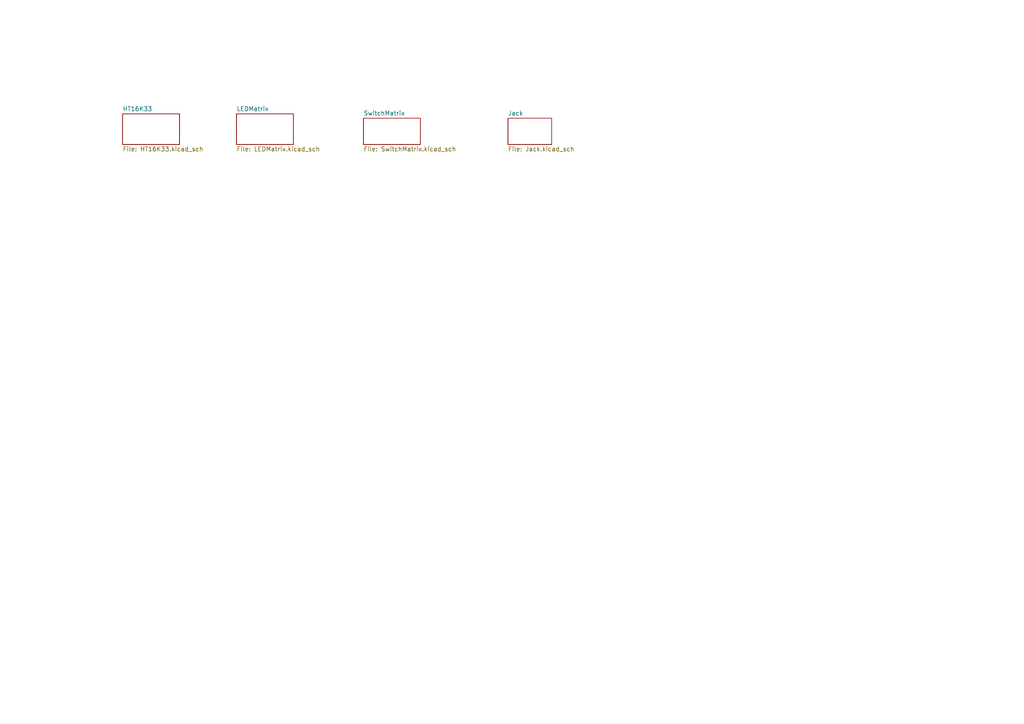
<source format=kicad_sch>
(kicad_sch
	(version 20231120)
	(generator "eeschema")
	(generator_version "8.0")
	(uuid "e4888aad-78d5-4afc-b382-d3fab1889a4d")
	(paper "A4")
	(lib_symbols)
	(sheet
		(at 147.32 34.29)
		(size 12.7 7.62)
		(fields_autoplaced yes)
		(stroke
			(width 0.1524)
			(type solid)
		)
		(fill
			(color 0 0 0 0.0000)
		)
		(uuid "1a1a0aa4-57dd-497b-b0ec-216c90fc74ae")
		(property "Sheetname" "Jack"
			(at 147.32 33.5784 0)
			(effects
				(font
					(size 1.27 1.27)
				)
				(justify left bottom)
			)
		)
		(property "Sheetfile" "Jack.kicad_sch"
			(at 147.32 42.4946 0)
			(effects
				(font
					(size 1.27 1.27)
				)
				(justify left top)
			)
		)
		(instances
			(project "panelBoard"
				(path "/e4888aad-78d5-4afc-b382-d3fab1889a4d"
					(page "5")
				)
			)
		)
	)
	(sheet
		(at 68.58 33.02)
		(size 16.51 8.89)
		(fields_autoplaced yes)
		(stroke
			(width 0.1524)
			(type solid)
		)
		(fill
			(color 0 0 0 0.0000)
		)
		(uuid "32d24ddb-6f9c-4c4b-9223-e81aaaf5df19")
		(property "Sheetname" "LEDMatrix"
			(at 68.58 32.3084 0)
			(effects
				(font
					(size 1.27 1.27)
				)
				(justify left bottom)
			)
		)
		(property "Sheetfile" "LEDMatrix.kicad_sch"
			(at 68.58 42.4946 0)
			(effects
				(font
					(size 1.27 1.27)
				)
				(justify left top)
			)
		)
		(instances
			(project "panelBoard"
				(path "/e4888aad-78d5-4afc-b382-d3fab1889a4d"
					(page "3")
				)
			)
		)
	)
	(sheet
		(at 35.56 33.02)
		(size 16.51 8.89)
		(fields_autoplaced yes)
		(stroke
			(width 0.1524)
			(type solid)
		)
		(fill
			(color 0 0 0 0.0000)
		)
		(uuid "357f53c3-9934-46e1-a766-db83fe7e83fd")
		(property "Sheetname" "HT16K33"
			(at 35.56 32.3084 0)
			(effects
				(font
					(size 1.27 1.27)
				)
				(justify left bottom)
			)
		)
		(property "Sheetfile" "HT16K33.kicad_sch"
			(at 35.56 42.4946 0)
			(effects
				(font
					(size 1.27 1.27)
				)
				(justify left top)
			)
		)
		(instances
			(project "panelBoard"
				(path "/e4888aad-78d5-4afc-b382-d3fab1889a4d"
					(page "2")
				)
			)
		)
	)
	(sheet
		(at 105.41 34.29)
		(size 16.51 7.62)
		(fields_autoplaced yes)
		(stroke
			(width 0.1524)
			(type solid)
		)
		(fill
			(color 0 0 0 0.0000)
		)
		(uuid "8ab7d7d0-8f62-497e-9d72-72d99ca807cc")
		(property "Sheetname" "SwitchMatrix"
			(at 105.41 33.5784 0)
			(effects
				(font
					(size 1.27 1.27)
				)
				(justify left bottom)
			)
		)
		(property "Sheetfile" "SwitchMatrix.kicad_sch"
			(at 105.41 42.4946 0)
			(effects
				(font
					(size 1.27 1.27)
				)
				(justify left top)
			)
		)
		(instances
			(project "panelBoard"
				(path "/e4888aad-78d5-4afc-b382-d3fab1889a4d"
					(page "4")
				)
			)
		)
	)
	(sheet_instances
		(path "/"
			(page "1")
		)
	)
)

</source>
